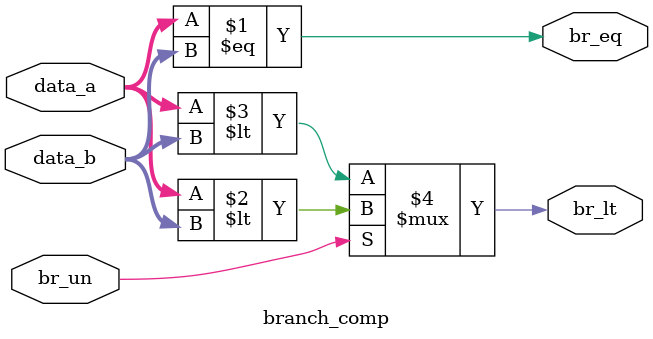
<source format=v>
module branch_comp (
    input  wire signed [31:0] data_a,
    input  wire signed [31:0] data_b,
    input  wire               br_un,
    output wire               br_eq,
    output wire               br_lt
);

    //branch compare unit

    assign br_eq = (data_a == data_b);
    assign br_lt = br_un ? ($unsigned(data_a) < $unsigned(data_b)) : (data_a < data_b);
    
endmodule
</source>
